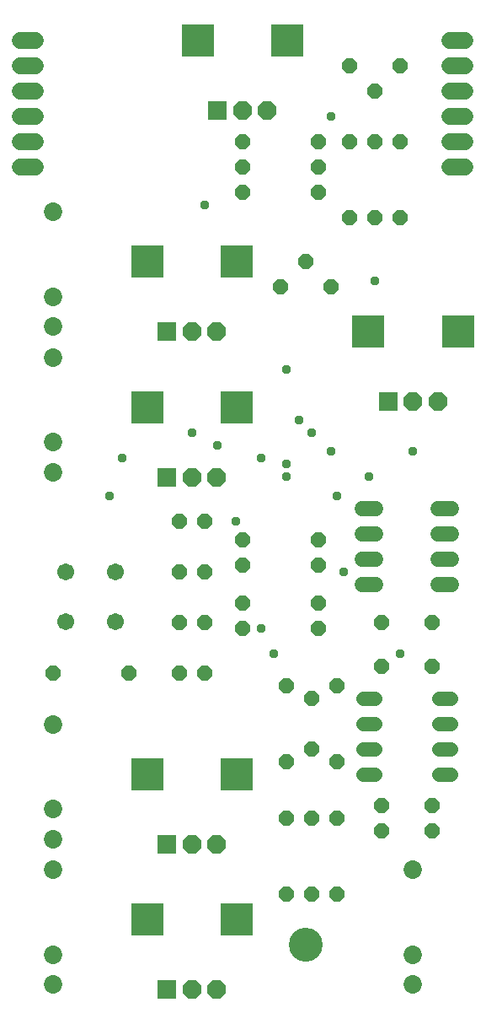
<source format=gbr>
G04 EAGLE Gerber RS-274X export*
G75*
%MOMM*%
%FSLAX34Y34*%
%LPD*%
%INSoldermask Bottom*%
%IPPOS*%
%AMOC8*
5,1,8,0,0,1.08239X$1,22.5*%
G01*
%ADD10C,3.403200*%
%ADD11P,1.649562X8X112.500000*%
%ADD12P,1.649562X8X22.500000*%
%ADD13P,1.649562X8X292.500000*%
%ADD14C,1.411200*%
%ADD15C,1.853200*%
%ADD16P,1.649562X8X202.500000*%
%ADD17C,1.524000*%
%ADD18R,1.879600X1.879600*%
%ADD19P,2.034460X8X292.500000*%
%ADD20R,3.319200X3.319200*%
%ADD21C,1.711200*%
%ADD22C,1.727200*%
%ADD23C,0.959600*%


D10*
X304800Y63500D03*
D11*
X336550Y114300D03*
X336550Y190500D03*
D12*
X381000Y203200D03*
X431800Y203200D03*
D11*
X285750Y247650D03*
X285750Y323850D03*
D13*
X311150Y311150D03*
X311150Y260350D03*
X336550Y323850D03*
X336550Y247650D03*
D14*
X438460Y234950D02*
X450540Y234950D01*
X450540Y260350D02*
X438460Y260350D01*
X438460Y285750D02*
X450540Y285750D01*
X450540Y311150D02*
X438460Y311150D01*
X374340Y311150D02*
X362260Y311150D01*
X362260Y285750D02*
X374340Y285750D01*
X374340Y260350D02*
X362260Y260350D01*
X362260Y234950D02*
X374340Y234950D01*
D15*
X412750Y138900D03*
X412750Y53900D03*
X412750Y23900D03*
D16*
X431800Y342900D03*
X381000Y342900D03*
D12*
X381000Y177800D03*
X431800Y177800D03*
D17*
X437896Y425450D02*
X451104Y425450D01*
X451104Y450850D02*
X437896Y450850D01*
X437896Y476250D02*
X451104Y476250D01*
X451104Y501650D02*
X437896Y501650D01*
X374904Y501650D02*
X361696Y501650D01*
X361696Y476250D02*
X374904Y476250D01*
X374904Y450850D02*
X361696Y450850D01*
X361696Y425450D02*
X374904Y425450D01*
D18*
X165500Y18900D03*
D19*
X190500Y18900D03*
X215500Y18900D03*
D20*
X235500Y88900D03*
X145500Y88900D03*
D18*
X165500Y164950D03*
D19*
X190500Y164950D03*
X215500Y164950D03*
D20*
X235500Y234950D03*
X145500Y234950D03*
D13*
X311150Y190500D03*
X311150Y114300D03*
X285750Y190500D03*
X285750Y114300D03*
D15*
X50800Y284950D03*
X50800Y199950D03*
X50800Y169950D03*
X50800Y138900D03*
X50800Y53900D03*
X50800Y23900D03*
D12*
X241300Y469900D03*
X317500Y469900D03*
X241300Y444500D03*
X317500Y444500D03*
X241300Y406400D03*
X317500Y406400D03*
X241300Y381000D03*
X317500Y381000D03*
D15*
X50800Y799300D03*
X50800Y714300D03*
X50800Y684300D03*
D18*
X216300Y901550D03*
D19*
X241300Y901550D03*
X266300Y901550D03*
D20*
X286300Y971550D03*
X196300Y971550D03*
D18*
X165500Y679300D03*
D19*
X190500Y679300D03*
X215500Y679300D03*
D20*
X235500Y749300D03*
X145500Y749300D03*
D16*
X203200Y488950D03*
X177800Y488950D03*
X203200Y438150D03*
X177800Y438150D03*
X203200Y387350D03*
X177800Y387350D03*
X203200Y336550D03*
X177800Y336550D03*
D12*
X381000Y387350D03*
X431800Y387350D03*
D16*
X317500Y819150D03*
X241300Y819150D03*
X317500Y869950D03*
X241300Y869950D03*
X400050Y946150D03*
X349250Y946150D03*
X374650Y920750D03*
X317500Y844550D03*
X241300Y844550D03*
D21*
X63900Y437750D03*
X63900Y387750D03*
X113900Y387750D03*
X113900Y437750D03*
D12*
X50800Y336550D03*
X127000Y336550D03*
D15*
X50800Y653250D03*
X50800Y568250D03*
X50800Y538250D03*
D18*
X387750Y609450D03*
D19*
X412750Y609450D03*
X437750Y609450D03*
D20*
X457750Y679450D03*
X367750Y679450D03*
D18*
X165500Y533250D03*
D19*
X190500Y533250D03*
X215500Y533250D03*
D20*
X235500Y603250D03*
X145500Y603250D03*
D11*
X349250Y793750D03*
X349250Y869950D03*
X374650Y793750D03*
X374650Y869950D03*
D12*
X279400Y723900D03*
X330200Y723900D03*
X304800Y749300D03*
D11*
X400050Y793750D03*
X400050Y869950D03*
D22*
X33020Y971550D02*
X17780Y971550D01*
X17780Y946150D02*
X33020Y946150D01*
X33020Y920750D02*
X17780Y920750D01*
X17780Y895350D02*
X33020Y895350D01*
X33020Y869950D02*
X17780Y869950D01*
X17780Y844550D02*
X33020Y844550D01*
X449580Y971550D02*
X464820Y971550D01*
X464820Y946150D02*
X449580Y946150D01*
X449580Y920750D02*
X464820Y920750D01*
X464820Y895350D02*
X449580Y895350D01*
X449580Y869950D02*
X464820Y869950D01*
X464820Y844550D02*
X449580Y844550D01*
D23*
X330200Y558800D03*
X412750Y558800D03*
X311150Y577850D03*
X330200Y895350D03*
X400050Y355600D03*
X273050Y355600D03*
X368300Y533400D03*
X285750Y533400D03*
X234950Y488950D03*
X107950Y514350D03*
X336550Y514350D03*
X203200Y806450D03*
X342900Y438150D03*
X285750Y641350D03*
X285750Y546100D03*
X120650Y552450D03*
X260350Y552450D03*
X260350Y381000D03*
X215900Y565150D03*
X215900Y533250D03*
X374650Y730250D03*
X298450Y590550D03*
X190500Y577850D03*
M02*

</source>
